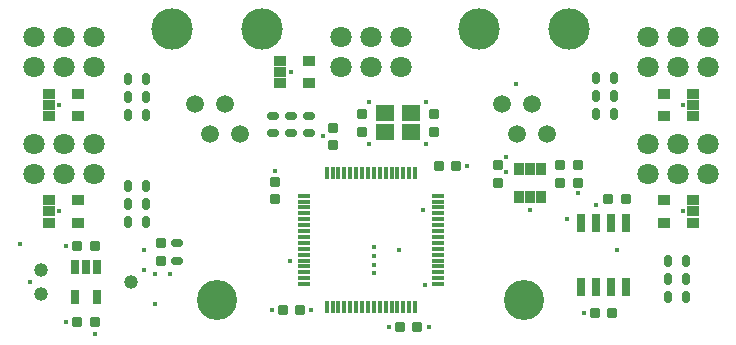
<source format=gts>
%FSLAX46Y46*%
%MOMM*%
%AMPS24*
1,1,1.500000,0.000000,0.000000*
%
%ADD24PS24*%
%AMPS17*
1,1,1.800000,0.000000,0.000000*
%
%ADD17PS17*%
%AMPS27*
21,1,0.800000,1.100000,0.000000,0.000000,90.000000*
%
%ADD27PS27*%
%AMPS34*
21,1,0.800000,1.100000,0.000000,0.000000,180.000000*
%
%ADD34PS34*%
%AMPS20*
21,1,0.800000,1.100000,0.000000,0.000000,270.000000*
%
%ADD20PS20*%
%AMPS30*
21,1,0.350000,1.100000,0.000000,0.000000,0.000000*
%
%ADD30PS30*%
%AMPS29*
21,1,0.350000,1.100000,0.000000,0.000000,90.000000*
%
%ADD29PS29*%
%AMPS31*
21,1,0.350000,1.100000,0.000000,0.000000,180.000000*
%
%ADD31PS31*%
%AMPS28*
21,1,0.350000,1.100000,0.000000,0.000000,270.000000*
%
%ADD28PS28*%
%AMPS14*
21,1,1.500000,1.300000,0.000000,0.000000,180.000000*
%
%ADD14PS14*%
%AMPS12*
21,1,0.700000,1.600000,0.000000,0.000000,0.000000*
%
%ADD12PS12*%
%AMPS13*
21,1,0.700000,1.600000,0.000000,0.000000,180.000000*
%
%ADD13PS13*%
%AMPS35*
1,1,0.400000,0.000000,0.000000*
%
%ADD35PS35*%
%AMPS15*
1,1,1.190600,0.000000,0.000000*
%
%ADD15PS15*%
%AMPS10*
1,1,3.400000,0.000000,0.000000*
%
%ADD10PS10*%
%AMPS23*
1,1,3.500000,0.000000,0.000000*
%
%ADD23PS23*%
%AMPS11*
1,1,0.460000,-0.220000,0.195000*
1,1,0.460000,0.220000,-0.195000*
1,1,0.460000,0.220000,0.195000*
1,1,0.460000,-0.220000,-0.195000*
21,1,0.900000,0.390000,0.000000,0.000000,0.000000*
21,1,0.440000,0.850000,0.000000,0.000000,0.000000*
%
%ADD11PS11*%
%AMPS21*
1,1,0.460000,-0.195000,-0.220000*
1,1,0.460000,0.195000,0.220000*
1,1,0.460000,-0.195000,0.220000*
1,1,0.460000,0.195000,-0.220000*
21,1,0.900000,0.390000,0.000000,0.000000,90.000000*
21,1,0.440000,0.850000,0.000000,0.000000,90.000000*
%
%ADD21PS21*%
%AMPS25*
1,1,0.460000,0.220000,-0.195000*
1,1,0.460000,-0.220000,0.195000*
1,1,0.460000,-0.220000,-0.195000*
1,1,0.460000,0.220000,0.195000*
21,1,0.900000,0.390000,0.000000,0.000000,180.000000*
21,1,0.440000,0.850000,0.000000,0.000000,180.000000*
%
%ADD25PS25*%
%AMPS16*
1,1,0.460000,0.195000,0.220000*
1,1,0.460000,-0.195000,-0.220000*
1,1,0.460000,0.195000,-0.220000*
1,1,0.460000,-0.195000,0.220000*
21,1,0.900000,0.390000,0.000000,0.000000,270.000000*
21,1,0.440000,0.850000,0.000000,0.000000,270.000000*
%
%ADD16PS16*%
%AMPS26*
1,1,0.340000,-0.130000,0.330000*
1,1,0.340000,0.130000,-0.330000*
1,1,0.340000,0.130000,0.330000*
1,1,0.340000,-0.130000,-0.330000*
21,1,0.600000,0.660000,0.000000,0.000000,0.000000*
21,1,0.260000,1.000000,0.000000,0.000000,0.000000*
%
%ADD26PS26*%
%AMPS18*
1,1,0.340000,-0.330000,-0.130000*
1,1,0.340000,0.330000,0.130000*
1,1,0.340000,-0.330000,0.130000*
1,1,0.340000,0.330000,-0.130000*
21,1,0.600000,0.660000,0.000000,0.000000,90.000000*
21,1,0.260000,1.000000,0.000000,0.000000,90.000000*
%
%ADD18PS18*%
%AMPS19*
1,1,0.340000,0.130000,-0.330000*
1,1,0.340000,-0.130000,0.330000*
1,1,0.340000,-0.130000,-0.330000*
1,1,0.340000,0.130000,0.330000*
21,1,0.600000,0.660000,0.000000,0.000000,180.000000*
21,1,0.260000,1.000000,0.000000,0.000000,180.000000*
%
%ADD19PS19*%
%AMPS22*
1,1,0.340000,0.330000,0.130000*
1,1,0.340000,-0.330000,-0.130000*
1,1,0.340000,0.330000,-0.130000*
1,1,0.340000,-0.330000,0.130000*
21,1,0.600000,0.660000,0.000000,0.000000,270.000000*
21,1,0.260000,1.000000,0.000000,0.000000,270.000000*
%
%ADD22PS22*%
%AMPS32*
1,1,0.200000,-0.250000,0.500000*
1,1,0.200000,0.250000,-0.500000*
1,1,0.200000,0.250000,0.500000*
1,1,0.200000,-0.250000,-0.500000*
21,1,0.700000,1.000000,0.000000,0.000000,0.000000*
21,1,0.500000,1.200000,0.000000,0.000000,0.000000*
%
%ADD32PS32*%
%AMPS33*
1,1,0.200000,0.250000,-0.500000*
1,1,0.200000,-0.250000,0.500000*
1,1,0.200000,-0.250000,-0.500000*
1,1,0.200000,0.250000,0.500000*
21,1,0.700000,1.000000,0.000000,0.000000,180.000000*
21,1,0.500000,1.200000,0.000000,0.000000,180.000000*
%
%ADD33PS33*%
G01*
G01*
%LPD*%
G75*
D10*
X-13000000Y3000000D03*
D10*
X13000000Y3000000D03*
D11*
X20435000Y1905000D03*
D11*
X18935000Y1905000D03*
D12*
X19050000Y4158000D03*
D12*
X21590000Y4158000D03*
D13*
X19050000Y9558000D03*
D12*
X17780000Y4158000D03*
D12*
X20320000Y4158000D03*
D13*
X21590000Y9558000D03*
D13*
X20320000Y9558000D03*
D13*
X17780000Y9558000D03*
D14*
X1186000Y17234000D03*
D14*
X3386000Y17234000D03*
D14*
X3386000Y18834000D03*
D14*
X1186000Y18834000D03*
D15*
X-27940000Y5588000D03*
D15*
X-27940000Y3556000D03*
D15*
X-20320000Y4572000D03*
D16*
X10795000Y12954000D03*
D16*
X10795000Y14454000D03*
D17*
X-26000000Y22730000D03*
D17*
X-28540000Y25270000D03*
D17*
X-28540000Y22730000D03*
D17*
X-23460000Y25270000D03*
D17*
X-26000000Y25270000D03*
D17*
X-23460000Y22730000D03*
D18*
X-16383000Y6362000D03*
D18*
X-16383000Y7862000D03*
D16*
X17526000Y12966000D03*
D16*
X17526000Y14466000D03*
D19*
X20562000Y18796000D03*
D19*
X19062000Y18796000D03*
D20*
X-27235000Y10541000D03*
D20*
X-24835000Y9591000D03*
D20*
X-27235000Y11491000D03*
D20*
X-24835000Y11491000D03*
D20*
X-27235000Y9591000D03*
D21*
X-8128000Y13069000D03*
D21*
X-8128000Y11569000D03*
D16*
X-762000Y17284000D03*
D16*
X-762000Y18784000D03*
D17*
X0Y22730000D03*
D17*
X-2540000Y25270000D03*
D17*
X-2540000Y22730000D03*
D17*
X2540000Y25270000D03*
D17*
X0Y25270000D03*
D17*
X2540000Y22730000D03*
D17*
X26000000Y22730000D03*
D17*
X23460000Y25270000D03*
D17*
X23460000Y22730000D03*
D17*
X28540000Y25270000D03*
D17*
X26000000Y25270000D03*
D17*
X28540000Y22730000D03*
D22*
X-8255000Y18657000D03*
D22*
X-8255000Y17157000D03*
D23*
X-9190000Y26000000D03*
D24*
X-11095000Y17110000D03*
D24*
X-14905000Y19650000D03*
D24*
X-13635000Y17110000D03*
D23*
X-16810000Y26000000D03*
D24*
X-12365000Y19650000D03*
D23*
X16810000Y26000000D03*
D24*
X14905000Y17110000D03*
D24*
X11095000Y19650000D03*
D24*
X12365000Y17110000D03*
D23*
X9190000Y26000000D03*
D24*
X13635000Y19650000D03*
D25*
X-24880000Y1143000D03*
D25*
X-23380000Y1143000D03*
D17*
X-26000000Y13730000D03*
D17*
X-28540000Y16270000D03*
D17*
X-28540000Y13730000D03*
D17*
X-23460000Y16270000D03*
D17*
X-26000000Y16270000D03*
D17*
X-23460000Y13730000D03*
D21*
X-17780000Y7862000D03*
D21*
X-17780000Y6362000D03*
D26*
X-20562000Y12700000D03*
D26*
X-19062000Y12700000D03*
D27*
X27235000Y19558000D03*
D27*
X24835000Y20508000D03*
D27*
X27235000Y18608000D03*
D27*
X24835000Y18608000D03*
D27*
X27235000Y20508000D03*
D26*
X-20562000Y20193000D03*
D26*
X-19062000Y20193000D03*
D19*
X20562000Y20320000D03*
D19*
X19062000Y20320000D03*
D26*
X-20562000Y11176000D03*
D26*
X-19062000Y11176000D03*
D21*
X5334000Y18784000D03*
D21*
X5334000Y17284000D03*
D26*
X-20562000Y9652000D03*
D26*
X-19062000Y9652000D03*
D26*
X25158000Y6350000D03*
D26*
X26658000Y6350000D03*
D26*
X-20562000Y21717000D03*
D26*
X-19062000Y21717000D03*
D26*
X25158000Y4826000D03*
D26*
X26658000Y4826000D03*
D28*
X-5700000Y10878000D03*
D29*
X5700000Y8878000D03*
D29*
X5700000Y7878000D03*
D29*
X5700000Y7378000D03*
D29*
X5700000Y4878000D03*
D30*
X-3750000Y2428000D03*
D29*
X5700000Y11378000D03*
D29*
X5700000Y11878000D03*
D31*
X750000Y13828000D03*
D31*
X-750000Y13828000D03*
D30*
X-1250000Y2428000D03*
D31*
X3250000Y13828000D03*
D28*
X-5700000Y4378000D03*
D31*
X-1250000Y13828000D03*
D28*
X-5700000Y9878000D03*
D28*
X-5700000Y11378000D03*
D31*
X1250000Y13828000D03*
D30*
X1750000Y2428000D03*
D31*
X-3250000Y13828000D03*
D28*
X-5700000Y8878000D03*
D28*
X-5700000Y7878000D03*
D28*
X-5700000Y9378000D03*
D31*
X-3750000Y13828000D03*
D30*
X-750000Y2428000D03*
D29*
X5700000Y10878000D03*
D31*
X3750000Y13828000D03*
D28*
X-5700000Y11878000D03*
D29*
X5700000Y5878000D03*
D30*
X1250000Y2428000D03*
D30*
X3250000Y2428000D03*
D29*
X5700000Y6878000D03*
D28*
X-5700000Y10378000D03*
D28*
X-5700000Y6878000D03*
D31*
X2250000Y13828000D03*
D30*
X-3250000Y2428000D03*
D29*
X5700000Y10378000D03*
D31*
X250000Y13828000D03*
D30*
X2750000Y2428000D03*
D30*
X750000Y2428000D03*
D31*
X-2250000Y13828000D03*
D29*
X5700000Y9878000D03*
D30*
X2250000Y2428000D03*
D31*
X2750000Y13828000D03*
D28*
X-5700000Y6378000D03*
D30*
X-1750000Y2428000D03*
D30*
X250000Y2428000D03*
D29*
X5700000Y4378000D03*
D30*
X3750000Y2428000D03*
D28*
X-5700000Y5878000D03*
D31*
X-250000Y13828000D03*
D29*
X5700000Y6378000D03*
D28*
X-5700000Y7378000D03*
D28*
X-5700000Y5378000D03*
D28*
X-5700000Y8378000D03*
D29*
X5700000Y8378000D03*
D31*
X-2750000Y13828000D03*
D31*
X1750000Y13828000D03*
D29*
X5700000Y5378000D03*
D30*
X-2750000Y2428000D03*
D28*
X-5700000Y4878000D03*
D31*
X-1750000Y13828000D03*
D30*
X-2250000Y2428000D03*
D29*
X5700000Y9378000D03*
D30*
X-250000Y2428000D03*
D20*
X-7677000Y22352000D03*
D20*
X-5277000Y21402000D03*
D20*
X-7677000Y23302000D03*
D20*
X-5277000Y23302000D03*
D20*
X-7677000Y21402000D03*
D26*
X25158000Y3302000D03*
D26*
X26658000Y3302000D03*
D19*
X20562000Y21844000D03*
D19*
X19062000Y21844000D03*
D20*
X-27235000Y19558000D03*
D20*
X-24835000Y18608000D03*
D20*
X-27235000Y20508000D03*
D20*
X-24835000Y20508000D03*
D20*
X-27235000Y18608000D03*
D11*
X7227000Y14351000D03*
D11*
X5727000Y14351000D03*
D25*
X-24880000Y7620000D03*
D25*
X-23380000Y7620000D03*
D22*
X-6731000Y18657000D03*
D22*
X-6731000Y17157000D03*
D25*
X2425000Y762000D03*
D25*
X3925000Y762000D03*
D17*
X26000000Y13730000D03*
D17*
X23460000Y16270000D03*
D17*
X23460000Y13730000D03*
D17*
X28540000Y16270000D03*
D17*
X26000000Y16270000D03*
D17*
X28540000Y13730000D03*
D21*
X16002000Y14454000D03*
D21*
X16002000Y12954000D03*
D21*
X-3175000Y17641000D03*
D21*
X-3175000Y16141000D03*
D25*
X-7481000Y2159000D03*
D25*
X-5981000Y2159000D03*
D27*
X27235000Y10541000D03*
D27*
X24835000Y11491000D03*
D27*
X27235000Y9591000D03*
D27*
X24835000Y9591000D03*
D27*
X27235000Y11491000D03*
D32*
X-23180000Y3272000D03*
D32*
X-25080000Y3272000D03*
D33*
X-25080000Y5872000D03*
D33*
X-23180000Y5872000D03*
D33*
X-24130000Y5872000D03*
D22*
X-5207000Y18657000D03*
D22*
X-5207000Y17157000D03*
D25*
X20078000Y11557000D03*
D25*
X21578000Y11557000D03*
D34*
X14412000Y11754000D03*
D34*
X13462000Y14154000D03*
D34*
X12512000Y11754000D03*
D34*
X14412000Y14154000D03*
D34*
X13462000Y11754000D03*
D34*
X12512000Y14154000D03*
D26*
X-20562000Y18669000D03*
D26*
X-19062000Y18669000D03*
D35*
X-4064000Y16891000D03*
D35*
X-18288000Y5207000D03*
D35*
X-26416000Y19558000D03*
D35*
X4699000Y19812000D03*
D35*
X-28829000Y4572000D03*
D35*
X2413000Y7239000D03*
D35*
X-29718000Y7747000D03*
D35*
X272376Y5987376D03*
D35*
X8128000Y14351000D03*
D35*
X17526000Y12065000D03*
D35*
X-127000Y16256000D03*
D35*
X1524000Y762000D03*
D35*
X-8382000Y2159000D03*
D35*
X16637000Y9906000D03*
D35*
X4953000Y762000D03*
D35*
X-6731000Y22352000D03*
D35*
X13462000Y10668000D03*
D35*
X-5080000Y2159000D03*
D35*
X-8128000Y13970000D03*
D35*
X254000Y6731000D03*
D35*
X-17018000Y5207000D03*
D35*
X-6858000Y6350000D03*
D35*
X12319000Y21336000D03*
D35*
X4572000Y4318000D03*
D35*
X18034000Y1905000D03*
D35*
X11430000Y13843000D03*
D35*
X-19177000Y7239000D03*
D35*
X-26416000Y10541000D03*
D35*
X254000Y7493000D03*
D35*
X26416000Y10541000D03*
D35*
X-25781000Y1143000D03*
D35*
X-127000Y19812000D03*
D35*
X19050000Y11049000D03*
D35*
X20828000Y7239000D03*
D35*
X4445000Y10668000D03*
D35*
X-18288000Y2667000D03*
D35*
X4699000Y16256000D03*
D35*
X11430000Y15113000D03*
D35*
X-23368000Y127000D03*
D35*
X26416000Y19558000D03*
D35*
X254000Y5334000D03*
D35*
X-25781000Y7620000D03*
D35*
X-19177000Y5588000D03*
M02*

</source>
